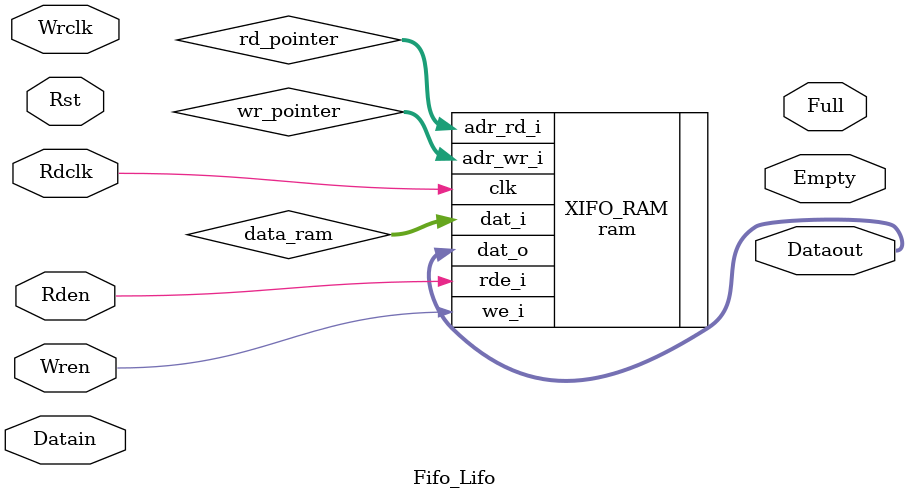
<source format=v>
`timescale 1ns / 1ps
module Fifo_Lifo(
    input  Wrclk, // Write Clock, also Read Clock in stack Mode.
    input  Rdclk, // Read Clock , only used in Queue Mode.
    input  Rst,   // Reset, must be in high state at least one clock cycle to empty the Stack/Queue. 
    input  Wren,  // Write Enable Signal for the RAM module.
	input  Rden,  // Read  Enable Signal for the RAM module.
	input  [15:0] Datain , // Data to   Stack/Queue.
	output [15:0] Dataout, // Data from Stack/Queue.
	output Full,  // Stack is Full  Signal, High = True.
	output Empty  // Stack is Empty Signal, High = True.
    );

	//Parameters
	parameter MODE  = 0                 ; // Mode Selection: 0 for Stack mode, 1 for Queue mode. 
	parameter DEPTH = (1 << ADDR_WIDTH) ; // Stack/Queue Size
	parameter SIZE  = 8                 ; // Word Size (8-32 bits)
	parameter ADDR_WIDTH = 3            ; // Address Size 
	
	//Internal variables
	reg  [ADDR_WIDTH-1:0] wr_pointer;
	reg  [ADDR_WIDTH-1:0] rd_pointer;
	reg  [ADDR_WIDTH  :0] status_cnt;
	
	reg  [SIZE-1:0] data_out ;
	wire [SIZE-1:0] data_ram ;
	
	//Inputs,Outputs

	//Wires
	
	//Internal Circuitry

	//Ram Instantiation
	ram #(
		.dat_width(SIZE),
		.adr_width(ADDR_WIDTH),
		.mem_size (DEPTH) 
	) XIFO_RAM(
			.dat_i(data_ram)       , 
			.dat_o(Dataout)        , 
			.adr_wr_i(wr_pointer)  , 
			.adr_rd_i(rd_pointer)  , 
			.we_i(Wren)            , 
			.rde_i(Rden)           , 
			.clk(Rdclk)
	);


endmodule

</source>
